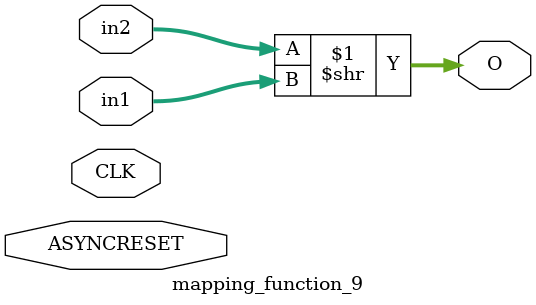
<source format=v>
module mapping_function_9 (
    input [15:0] in1,
    input [15:0] in2,
    input CLK,
    input ASYNCRESET,
    output [15:0] O
);
assign O = in2 >> in1;
endmodule


</source>
